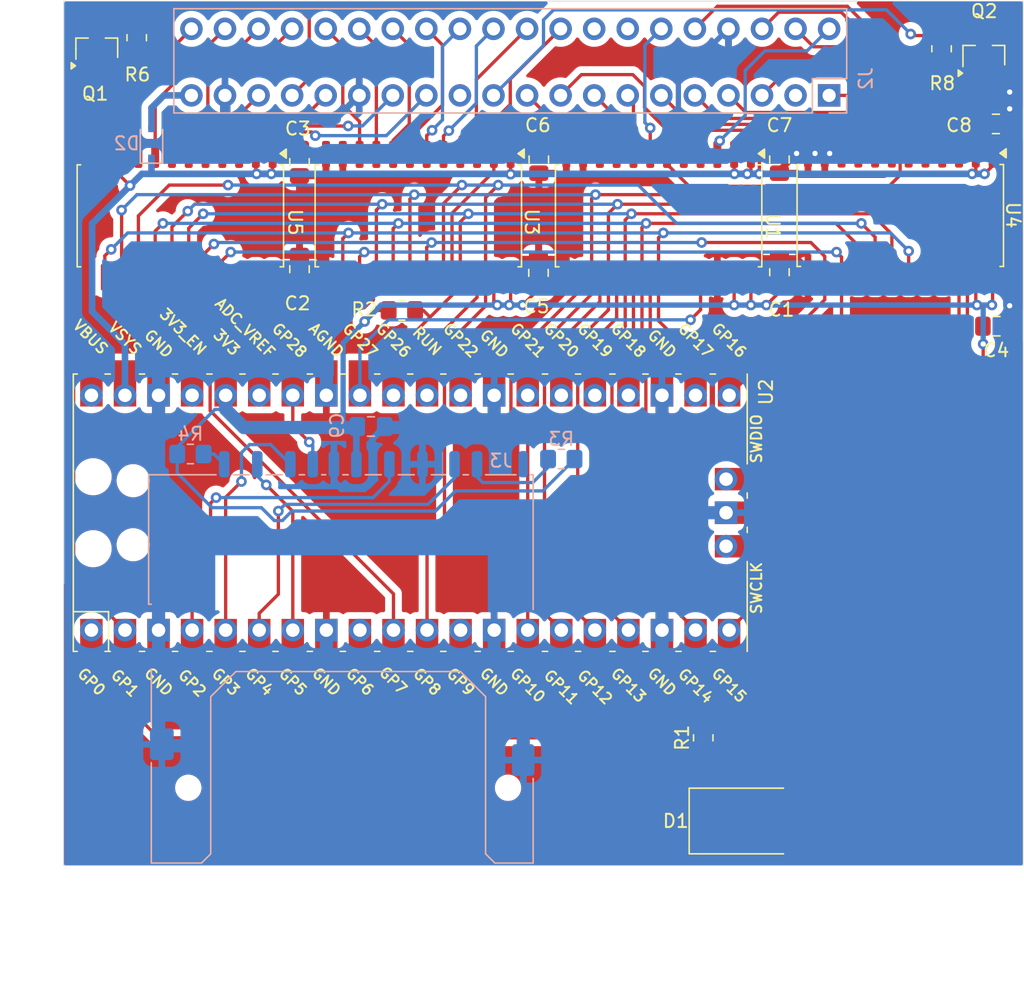
<source format=kicad_pcb>
(kicad_pcb (version 20241229) (generator "pcbnew") (generator_version "9.0")
  (layers (0 "F.Cu" signal) (2 "B.Cu" signal) (13 "F.Paste" user) (15 "B.Paste" user) (5 "F.SilkS" user "F.Silkscreen") (7 "B.SilkS" user "B.Silkscreen") (1 "F.Mask" user) (3 "B.Mask" user) (25 "Edge.Cuts" user))
  (net 0 "")
  (net 1 "GND")
  (net 2 "+3V3")
  (net 3 "/D7")
  (net 4 "/D6")
  (net 5 "/D5")
  (net 6 "/D4")
  (net 7 "/D3")
  (net 8 "/D2")
  (net 9 "/D1")
  (net 10 "/D0")
  (net 11 "/A1")
  (net 12 "/A0")
  (net 13 "/DIR")
  (net 14 "/MREQ'")
  (net 15 "/DAT0_MISO")
  (net 16 "/CLK_SCLK")
  (net 17 "/CMD_MOSI")
  (net 18 "/DAT3_CS")
  (net 19 "/SWDIO")
  (net 20 "/SWCLK")
  (net 21 "/RAS*")
  (net 22 "/SYSRES*")
  (net 23 "/CAS*")
  (net 24 "/D0'")
  (net 25 "/D1'")
  (net 26 "/D2'")
  (net 27 "/D3'")
  (net 28 "/D4'")
  (net 29 "/D5'")
  (net 30 "/D6'")
  (net 31 "/D7'")
  (net 32 "/A10")
  (net 33 "/A12")
  (net 34 "/A13")
  (net 35 "/A15")
  (net 36 "/A11")
  (net 37 "/A14")
  (net 38 "/A8")
  (net 39 "/CD")
  (net 40 "/WAIT'")
  (net 41 "+5V")
  (net 42 "/OUT*")
  (net 43 "Net-(D1-K)")
  (net 44 "/WR*")
  (net 45 "/INTAK*")
  (net 46 "/RD*")
  (net 47 "/MUX")
  (net 48 "/A9")
  (net 49 "/IN*")
  (net 50 "/INT*")
  (net 51 "/TEST*")
  (net 52 "/A4")
  (net 53 "/WAIT*")
  (net 54 "/A3")
  (net 55 "/A5")
  (net 56 "/A7")
  (net 57 "/A6")
  (net 58 "/A2")
  (net 59 "Net-(J3-DAT2)")
  (net 61 "Net-(J3-DAT1)")
  (net 66 "/INT'")
  (net 69 "/IN'")
  (net 70 "/RD'")
  (net 71 "/WR'")
  (net 72 "/ADDRL_OE")
  (net 73 "/DATAB_OE")
  (net 74 "/OUT'")
  (net 75 "/ADDRH_OE")
  (net 78 "/SYSRES'")
  (net 79 "/VCC")
  (net 80 "/LED")
  (footprint "Package_SO:SOIC-24W_7.5x15.4mm_P1.27mm" (layer "F.Cu") (at 138.9126 72.39 -90)
    (property "Reference" "U3")
    (property "Value" "SN74LVCC4245ADWR" (hide yes))
  )
  (footprint "Package_SO:SOIC-24W_7.5x15.4mm_P1.27mm" (layer "F.Cu") (at 120.904 72.39 -90)
    (property "Reference" "U5")
    (property "Value" "SN74LVCC4245ADWR" (hide yes))
  )
  (footprint "Capacitor_SMD:C_0805_2012Metric_Pad1.18x1.45mm_HandSolder" (layer "F.Cu") (at 129.921 76.4286 90)
    (property "Reference" "C2")
    (property "Value" "100nF" (hide yes))
  )
  (footprint "Capacitor_SMD:C_0805_2012Metric_Pad1.18x1.45mm_HandSolder" (layer "F.Cu") (at 129.921 68.326 -90)
    (property "Reference" "C3")
    (property "Value" "100nF" (hide yes))
  )
  (footprint "Capacitor_SMD:C_0805_2012Metric_Pad1.18x1.45mm_HandSolder" (layer "F.Cu") (at 148.0058 76.708 90)
    (property "Reference" "C5")
    (property "Value" "100nF" (hide yes))
  )
  (footprint "Capacitor_SMD:C_0805_2012Metric_Pad1.18x1.45mm_HandSolder" (layer "F.Cu") (at 148.0312 68.1228 -90)
    (property "Reference" "C6")
    (property "Value" "100nF" (hide yes))
  )
  (footprint "MCU_RaspberryPi_and_Boards:RPi_Pico_SMD_TH" (layer "F.Cu") (at 138.303 94.869 90)
    (property "Reference" "U2")
    (property "Value" "Pico")
  )
  (footprint "LED_SMD:LED_2816_7142Metric_Pad3.20x4.45mm_HandSolder" (layer "F.Cu") (at 163.2204 118.2116)
    (property "Reference" "D1")
    (property "Value" "LED" (hide yes))
  )
  (footprint "Resistor_SMD:R_0805_2012Metric_Pad1.20x1.40mm_HandSolder" (layer "F.Cu") (at 160.4772 111.9124 90)
    (property "Reference" "R1")
    (property "Value" "100" (hide yes))
  )
  (footprint "Resistor_SMD:R_0805_2012Metric_Pad1.20x1.40mm_HandSolder" (layer "F.Cu") (at 178.5112 59.7408 -90)
    (property "Reference" "R8")
    (property "Value" "1k" (hide yes))
  )
  (footprint "Capacitor_SMD:C_0805_2012Metric_Pad1.18x1.45mm_HandSolder" (layer "F.Cu") (at 166.243 76.6572 90)
    (property "Reference" "C1")
    (property "Value" "100nF" (hide yes))
  )
  (footprint "Capacitor_SMD:C_0805_2012Metric_Pad1.18x1.45mm_HandSolder" (layer "F.Cu") (at 166.243 68.1228 -90)
    (property "Reference" "C7")
    (property "Value" "100nF" (hide yes))
  )
  (footprint "Capacitor_SMD:C_0805_2012Metric_Pad1.18x1.45mm_HandSolder" (layer "F.Cu") (at 182.6768 80.7466)
    (property "Reference" "C4")
    (property "Value" "100nF" (hide yes))
  )
  (footprint "Capacitor_SMD:C_0805_2012Metric_Pad1.18x1.45mm_HandSolder" (layer "F.Cu") (at 182.626 65.4304)
    (property "Reference" "C8")
    (property "Value" "100nF" (hide yes))
  )
  (footprint "Resistor_SMD:R_0805_2012Metric_Pad1.20x1.40mm_HandSolder" (layer "F.Cu") (at 137.668 79.5528)
    (property "Reference" "R2")
    (property "Value" "1k" (hide yes))
  )
  (footprint "Resistor_SMD:R_0805_2012Metric_Pad1.20x1.40mm_HandSolder" (layer "F.Cu") (at 117.602 58.9026 -90)
    (property "Reference" "R6")
    (property "Value" "1k" (hide yes))
  )
  (footprint "Package_TO_SOT_SMD:SOT-23_Handsoldering" (layer "F.Cu") (at 114.5794 59.69 90)
    (property "Reference" "Q1")
    (property "Value" "SSM3K324RLFCT-ND" (hide yes))
  )
  (footprint "Package_SO:SOIC-24W_7.5x15.4mm_P1.27mm" (layer "F.Cu") (at 157.099 72.39 -90)
    (property "Reference" "U1")
    (property "Value" "SN74LVCC4245ADWR" (hide yes))
  )
  (footprint "Package_SO:SOIC-24W_7.5x15.4mm_P1.27mm" (layer "F.Cu") (at 175.387 72.3646 -90)
    (property "Reference" "U4")
    (property "Value" "SN74LVCC4245ADWR" (hide yes))
  )
  (footprint "Package_TO_SOT_SMD:SOT-23_Handsoldering" (layer "F.Cu") (at 181.7116 60.2488 90)
    (property "Reference" "Q2")
    (property "Value" "SSM3K324RLFCT-ND" (hide yes))
  )
  (footprint "Connector_Card:SD_Kyocera_145638009511859+" (layer "B.Cu") (at 133.604 103.6955 180)
    (property "Reference" "J3")
    (property "Value" "SD_Card" (hide yes))
  )
  (footprint "Connector_PinSocket_2.54mm:PinSocket_2x20_P2.54mm_Vertical" (layer "B.Cu") (at 170.0022 60.7714 90)
    (property "Reference" "J2")
    (property "Value" "Conn_02x20_Odd_Even" (hide yes))
  )
  (footprint "Diode_SMD:D_SOD-323F" (layer "B.Cu") (at 118.7196 66.9036 90)
    (property "Reference" "D2")
    (property "Value" "PMEG4010CEJ" (hide yes))
  )
  (footprint "Capacitor_SMD:C_0805_2012Metric_Pad1.18x1.45mm_HandSolder" (layer "B.Cu") (at 135.3312 88.3412)
    (property "Reference" "C9")
    (property "Value" "100nF" (hide yes))
  )
  (footprint "Resistor_SMD:R_0805_2012Metric_Pad1.20x1.40mm_HandSolder" (layer "B.Cu") (at 121.666 90.424 180)
    (property "Reference" "R4")
    (property "Value" "1k" (hide yes))
  )
  (footprint "Resistor_SMD:R_0805_2012Metric_Pad1.20x1.40mm_HandSolder" (layer "B.Cu") (at 149.733 90.805)
    (property "Reference" "R3")
    (property "Value" "1k" (hide yes))
  )
  (gr_rect (start 112.0648 56.134) (end 184.6834 121.5898) (stroke (width 0.05)) (fill no) (layer "Edge.Cuts"))
  (segment (start 158.0642 87.757) (end 157.353 87.0458) (width 0.4) (layer "F.Cu") (net 1))
  (segment (start 168.402 78.74) (end 168.402 77.0146) (width 0.4) (layer "F.Cu") (net 1))
  (segment (start 150.114 77.04) (end 150.114 77.978) (width 0.5) (layer "F.Cu") (net 1))
  (segment (start 150.114 77.978) (end 144.653 83.439) (width 0.5) (layer "F.Cu") (net 1))
  (segment (start 183.6674 62.7546) (end 182.6616 61.7488) (width 0.5) (layer "F.Cu") (net 1))
  (segment (start 131.9276 67.74) (end 131.9276 70.2271) (width 0.5) (layer "F.Cu") (net 1))
  (segment (start 148.0312 69.1603) (end 148.0312 70.5104) (width 0.5) (layer "F.Cu") (net 1))
  (segment (start 183.6674 63.0174) (end 183.6674 62.7546) (width 0.5) (layer "F.Cu") (net 1))
  (segment (start 166.2469 75.6158) (end 166.243 75.6197) (width 0.4) (layer "F.Cu") (net 1))
  (segment (start 119.253 82.2452) (end 119.253 85.979) (width 1) (layer "F.Cu") (net 1))
  (segment (start 168.402 78.74) (end 165.989 81.153) (width 0.4) (layer "F.Cu") (net 1))
  (segment (start 168.402 67.7146) (end 168.8864 67.7146) (width 0.5) (layer "F.Cu") (net 1))
  (segment (start 169.672 67.7146) (end 169.9935 67.7146) (width 0.5) (layer "F.Cu") (net 1))
  (segment (start 131.2457 75.3911) (end 131.9276 76.073) (width 0.5) (layer "F.Cu") (net 1))
  (segment (start 169.9935 67.7146) (end 170.0425 67.6656) (width 0.5) (layer "F.Cu") (net 1))
  (segment (start 131.9276 76.073) (end 131.9276 77.04) (width 0.5) (layer "F.Cu") (net 1))
  (segment (start 113.919 79.7306) (end 115.0112 80.8228) (width 1) (layer "F.Cu") (net 1))
  (segment (start 129.921 75.3911) (end 129.921 69.3635) (width 0.5) (layer "F.Cu") (net 1))
  (segment (start 113.919 77.04) (end 113.919 71.4248) (width 1) (layer "F.Cu") (net 1))
  (segment (start 166.243 69.1603) (end 166.243 68.961) (width 0.5) (layer "F.Cu") (net 1))
  (segment (start 161.544 80.0354) (end 161.163 80.4164) (width 0.4) (layer "F.Cu") (net 1))
  (segment (start 115.189 70.1548) (end 113.919 71.4248) (width 0.5) (layer "F.Cu") (net 1))
  (segment (start 133.1976 69.7992) (end 132.7697 70.2271) (width 0.5) (layer "F.Cu") (net 1))
  (segment (start 150.6474 70.5104) (end 150.114 70.5104) (width 0.5) (layer "F.Cu") (net 1))
  (segment (start 115.189 67.74) (end 115.189 70.1548) (width 0.5) (layer "F.Cu") (net 1))
  (segment (start 150.114 76.073) (end 150.114 77.04) (width 0.5) (layer "F.Cu") (net 1))
  (segment (start 129.9425 70.2271) (end 129.921 70.2056) (width 0.5) (layer "F.Cu") (net 1))
  (segment (start 161.163 87.3506) (end 160.7566 87.757) (width 0.4) (layer "F.Cu") (net 1))
  (segment (start 183.6635 65.4304) (end 183.6635 64.2913) (width 0.25) (layer "F.Cu") (net 1))
  (segment (start 115.189 67.74) (end 115.189 62.7634) (width 0.5) (layer "F.Cu") (net 1))
  (segment (start 161.163 80.4164) (end 161.163 81.153) (width 0.4) (layer "F.Cu") (net 1))
  (segment (start 148.0312 75.6451) (end 148.0058 75.6705) (width 0.25) (layer "F.Cu") (net 1))
  (segment (start 168.402 77.0146) (end 168.402 76.4032) (width 0.4) (layer "F.Cu") (net 1))
  (segment (start 129.921 75.3911) (end 131.2457 75.3911) (width 0.5) (layer "F.Cu") (net 1))
  (segment (start 133.1976 67.74) (end 133.1976 69.7992) (width 0.5) (layer "F.Cu") (net 1))
  (segment (start 131.953 77.0654) (end 131.9276 77.04) (width 0.25) (layer "F.Cu") (net 1))
  (segment (start 115.0112 80.8228) (end 117.8306 80.8228) (width 1) (layer "F.Cu") (net 1))
  (segment (start 131.953 85.979) (end 131.953 77.0654) (width 0.5) (layer "F.Cu") (net 1))
  (segment (start 183.7143 80.7466) (end 183.7143 79.2441) (width 0.25) (layer "F.Cu") (net 1))
  (segment (start 183.6635 64.2913) (end 183.6674 64.2874) (width 0.25) (layer "F.Cu") (net 1))
  (segment (start 167.6146 75.6158) (end 166.2469 75.6158) (width 0.4) (layer "F.Cu") (net 1))
  (segment (start 117.8306 80.8228) (end 119.253 82.2452) (width 1) (layer "F.Cu") (net 1))
  (segment (start 115.189 62.7634) (end 115.5294 62.423) (width 0.5) (layer "F.Cu") (net 1))
  (segment (start 150.114 67.74) (end 150.114 70.5104) (width 0.5) (layer "F.Cu") (net 1))
  (segment (start 183.7143 79.2441) (end 183.6674 79.1972) (width 0.25) (layer "F.Cu") (net 1))
  (segment (start 115.5294 62.423) (end 115.5294 61.19) (width 0.5) (layer "F.Cu") (net 1))
  (segment (start 148.0058 75.6705) (end 149.7115 75.6705) (width 0.5) (layer "F.Cu") (net 1))
  (segment (start 168.402 76.4032) (end 167.6146 75.6158) (width 0.4) (layer "F.Cu") (net 1))
  (segment (start 149.7115 75.6705) (end 150.114 76.073) (width 0.5) (layer "F.Cu") (net 1))
  (segment (start 151.384 67.74) (end 151.384 69.7738) (width 0.5) (layer "F.Cu") (net 1))
  (segment (start 160.7566 87.757) (end 158.0642 87.757) (width 0.4) (layer "F.Cu") (net 1))
  (segment (start 113.919 77.04) (end 113.919 79.7306) (width 1) (layer "F.Cu") (net 1))
  (segment (start 165.989 81.153) (end 161.163 81.153) (width 0.4) (layer "F.Cu") (net 1))
  (segment (start 150.114 70.5104) (end 148.0312 70.5104) (width 0.5) (layer "F.Cu") (net 1))
  (segment (start 161.544 77.04) (end 161.544 80.0354) (width 0.4) (layer "F.Cu") (net 1))
  (segment (start 151.384 69.7738) (end 150.6474 70.5104) (width 0.5) (layer "F.Cu") (net 1))
  (segment (start 132.7697 70.2271) (end 131.9276 70.2271) (width 0.5) (layer "F.Cu") (net 1))
  (segment (start 144.653 83.439) (end 144.653 85.979) (width 0.5) (layer "F.Cu") (net 1))
  (segment (start 148.0312 70.5104) (end 148.0312 75.6451) (width 0.5) (layer "F.Cu") (net 1))
  (segment (start 161.163 81.153) (end 161.163 87.3506) (width 0.4) (layer "F.Cu") (net 1))
  (segment (start 131.9276 70.2271) (end 129.9425 70.2271) (width 0.5) (layer "F.Cu") (net 1))
  (segment (start 166.243 68.961) (end 167.5384 67.6656) (width 0.5) (layer "F.Cu") (net 1))
  (segment (start 168.8864 67.7146) (end 168.9354 67.6656) (width 0.5) (layer "F.Cu") (net 1))
  (segment (start 113.919 71.4248) (end 113.919 67.74) (width 1) (layer "F.Cu") (net 1))
  (segment (start 157.353 87.0458) (end 157.353 85.979) (width 0.4) (layer "F.Cu") (net 1))
  (via (at 183.6674 64.2874) (size 0.8) (drill 0.4) (layers "F.Cu" "B.Cu") (net 1))
  (via (at 183.6674 79.1972) (size 0.8) (drill 0.4) (layers "F.Cu" "B.Cu") (net 1))
  (via (at 183.6674 63.0174) (size 0.8) (drill 0.4) (layers "F.Cu" "B.Cu") (net 1))
  (via (at 167.5384 67.6656) (size 0.8) (drill 0.4) (layers "F.Cu" "B.Cu") (net 1))
  (via (at 168.9354 67.6656) (size 0.8) (drill 0.4) (layers "F.Cu" "B.Cu") (net 1))
  (via (at 170.0425 67.6656) (size 0.8) (drill 0.4) (layers "F.Cu" "B.Cu") (net 1))
  (segment (start 120.523 81.1022) (end 119.253 82.3722) (width 1) (layer "B.Cu") (net 1))
  (segment (start 136.3687 88.3412) (end 135.4328 89.2771) (width 0.5) (layer "B.Cu") (net 1))
  (segment (start 155.4226 107.9246) (end 157.353 105.9942) (width 1) (layer "B.Cu") (net 1))
  (segment (start 144.5768 88.4174) (end 157.2514 88.4174) (width 1) (layer "B.Cu") (net 1))
  (segment (start 161.260177 67.6656) (end 161.307788 67.713211) (width 0.8) (layer "B.Cu") (net 1))
  (segment (start 139.224 88.4748) (end 139.1666 88.4174) (width 0.25) (layer "B.Cu") (net 1))
  (segment (start 136.652 76.3778) (end 131.953 81.0768) (width 1) (layer "B.Cu") (net 1))
  (segment (start 158.592689 67.711489) (end 158.5976 67.7164) (width 0.4) (layer "B.Cu") (net 1))
  (segment (start 124.303 67.6656) (end 161.260177 67.6656) (width 0.8) (layer "B.Cu") (net 1))
  (segment (start 139.1666 88.4174) (end 144.5768 88.4174) (width 1) (layer "B.Cu") (net 1))
  (segment (start 131.953 107.8738) (end 131.953 110.871) (width 1) (layer "B.Cu") (net 1))
  (segment (start 162.203 94.869) (end 157.4546 94.869) (width 1) (layer "B.Cu") (net 1))
  (segment (start 131.953 110.871) (end 130.302 112.522) (width 1) (layer "B.Cu") (net 1))
  (segment (start 131.953 85.979) (end 131.953 81.1022) (width 1) (layer "B.Cu") (net 1))
  (segment (start 167.490789 67.713211) (end 167.5384 67.6656) (width 0.8) (layer "B.Cu") (net 1))
  (segment (start 139.224 91.1955) (end 139.224 88.4748) (width 0.5) (layer "B.Cu") (net 1))
  (segment (start 149.2758 76.4286) (end 149.225 76.3778) (width 0.5) (layer "B.Cu") (net 1))
  (segment (start 144.653 85.979) (end 144.653 88.3412) (width 1) (layer "B.Cu") (net 1))
  (segment (start 130.302 112.522) (end 119.6305 112.522) (width 1) (layer "B.Cu") (net 1))
  (segment (start 157.353 103.759) (end 157.353 94.7674) (width 1) (layer "B.Cu") (net 1))
  (segment (start 145.76415 109.81065) (end 146.854 110.9005) (width 1) (layer "B.Cu") (net 1))
  (segment (start 144.653 107.9246) (end 144.653 108.6995) (width 1) (layer "B.Cu") (net 1))
  (segment (start 144.653 107.9246) (end 155.4226 107.9246) (width 1) (layer "B.Cu") (net 1))
  (segment (start 144.653 103.759) (end 144.653 107.9246) (width 1) (layer "B.Cu") (net 1))
  (segment (start 135.4328 89.2771) (end 135.4328 92.456) (width 0.5) (layer "B.Cu") (net 1))
  (segment (start 157.353 105.9942) (end 157.353 103.759) (width 1) (layer "B.Cu") (net 1))
  (segment (start 119.253 85.979) (end 119.253 103.759) (width 1) (layer "B.Cu") (net 1))
  (segment (start 183.6674 79.1972) (end 183.6674 66.8528) (width 1) (layer "B.Cu") (net 1))
  (segment (start 136.4449 88.4174) (end 139.1666 88.4174) (width 1) (layer "B.Cu") (net 1))
  (segment (start 132.6596 65.054) (end 124.303 65.054) (width 0.8) (layer "B.Cu") (net 1))
  (segment (start 157.4546 94.869) (end 157.353 94.7674) (width 1) (layer "B.Cu") (net 1))
  (segment (start 161.307788 67.713211) (end 167.490789 67.713211) (width 0.8) (layer "B.Cu") (net 1))
  (segment (start 130.5052 81.1022) (end 120.523 81.1022) (width 1) (layer "B.Cu") (net 1))
  (segment (start 119.253 82.3722) (end 119.253 85.979) (width 1) (layer "B.Cu") (net 1))
  (segment (start 144.653 108.6995) (end 145.76415 109.81065) (width 1) (layer "B.Cu") (net 1))
  (segment (start 119.6305 112.522) (end 119.253 112.1445) (width 1) (layer "B.Cu") (net 1))
  (segment (start 162.3676 58.2314) (end 158.592689 62.006311) (width 0.4) (layer "B.Cu") (net 1))
  (segment (start 131.953 103.759) (end 131.953 107.8738) (width 1) (layer "B.Cu") (net 1))
  (segment (start 168.9354 67.6656) (end 183.769 67.6656) (width 0.8) (layer "B.Cu") (net 1))
  (segment (start 144.653 88.3412) (end 144.5768 88.4174) (width 1) (layer "B.Cu") (net 1))
  (segment (start 158.592689 62.006311) (end 158.592689 67.711489) (width 0.4) (layer "B.Cu") (net 1))
  (segment (start 183.6674 66.8528) (end 183.6674 64.2874) (width 0.8) (layer "B.Cu") (net 1))
  (segment (start 134.8232 93.0656) (end 133.096 93.0656) (width 0.5) (layer "B.Cu") (net 1))
  (segment (start 157.2514 88.4174) (end 157.353 88.3158) (width 1) (layer "B.Cu") (net 1))
  (segment (start 134.4422 63.2714) (end 132.6596 65.054) (width 0.5) (layer "B.Cu") (net 1))
  (segment (start 162.3822 58.2314) (end 162.3676 58.2314) (width 0.4) (layer "B.Cu") (net 1))
  (segment (start 135.4328 92.456) (end 134.8232 93.0656) (width 0.5) (layer "B.Cu") (net 1))
  (segment (start 167.5384 67.6656) (end 168.9354 67.6656) (width 0.8) (layer "B.Cu") (net 1))
  (segment (start 157.353 88.3158) (end 157.353 85.979) (width 1) (layer "B.Cu") (net 1))
  (segment (start 131.953 81.1022) (end 130.5052 81.1022) (width 1) (layer "B.Cu") (net 1))
  (segment (start 157.353 94.7674) (end 157.353 88.3158) (width 1) (layer "B.Cu") (net 1))
  (segment (start 131.953 81.0768) (end 131.953 81.1022) (width 1) (layer "B.Cu") (net 1))
  (segment (start 183.6674 64.2874) (end 183.6674 63.0174) (width 0.8) (layer "B.Cu") (net 1))
  (segment (start 144.6022 107.8738) (end 144.653 107.9246) (width 0.25) (layer "B.Cu") (net 1))
  (segment (start 136.3687 88.3412) (end 136.4449 88.4174) (width 1) (layer "B.Cu") (net 1))
  (segment (start 131.953 107.8738) (end 144.6022 107.8738) (width 1) (layer "B.Cu") (net 1))
  (segment (start 119.253 112.1445) (end 119.253 103.759) (width 1) (layer "B.Cu") (net 1))
  (segment (start 124.303 65.054) (end 124.303 67.6656) (width 0.8) (layer "B.Cu") (net 1))
  (segment (start 149.225 76.3778) (end 136.652 76.3778) (width 1) (layer "B.Cu") (net 1))
  (segment (start 149.2758 76.4286) (end 183.642 76.4286) (width 1) (layer "B.Cu") (net 1))
  (segment (start 124.303 63.266) (end 124.303 65.054) (width 0.8) (layer "B.Cu") (net 1))
  (segment (start 132.524 92.4936) (end 132.524 91.1955) (width 0.5) (layer "B.Cu") (net 1))
  (segment (start 133.096 93.0656) (end 132.524 92.4936) (width 0.5) (layer "B.Cu") (net 1))
  (segment (start 146.854 110.9005) (end 146.854 113.5955) (width 1) (layer "B.Cu") (net 1))
  (segment (start 166.243 78.1558) (end 165.2524 79.1464) (width 0.25) (layer "F.Cu") (net 2))
  (segment (start 182.372 77.0146) (end 182.372 79.0956) (width 0.25) (layer "F.Cu") (net 2))
  (segment (start 181.102 79.0569) (end 181.1915 79.1464) (width 0.25) (layer "F.Cu") (net 2))
  (segment (start 172.2628 112.5728) (end 167.2336 112.5728) (width 0.25) (layer "F.Cu") (net 2))
  (segment (start 127.9652 79.8576) (end 129.4638 79.8576) (width 0.5) (layer "F.Cu") (net 2))
  (segment (start 144.6276 78.8924) (end 144.8816 79.1464) (width 0.25) (layer "F.Cu") (net 2))
  (segment (start 164.084 77.04) (end 164.084 79.1464) (width 0.25) (layer "F.Cu") (net 2))
  (segment (start 181.6393 80.7466) (end 181.6393 82.0713) (width 0.25) (layer "F.Cu") (net 2))
  (segment (start 126.238 79.8576) (end 126.6444 79.8576) (width 0.5) (layer "F.Cu") (net 2))
  (segment (start 129.921 79.4004) (end 129.921 77.4661) (width 0.5) (layer "F.Cu") (net 2))
  (segment (start 129.4638 79.8576) (end 129.921 79.4004) (width 0.5) (layer "F.Cu") (net 2))
  (segment (start 145.8976 77.04) (end 145.8976 79.0448) (width 0.25) (layer "F.Cu") (net 2))
  (segment (start 127.889 77.04) (end 127.889 79.7814) (width 0.5) (layer "F.Cu") (net 2))
  (segment (start 181.6608 103.1748) (end 172.2628 112.5728) (width 0.25) (layer "F.Cu") (net 2))
  (segment (start 181.102 77.0146) (end 181.102 79.0569) (width 0.25) (layer "F.Cu") (net 2))
  (segment (start 181.6393 82.0713) (end 181.6608 82.0928) (width 0.25) (layer "F.Cu") (net 2))
  (segment (start 136.668 79.5528) (end 135.6868 79.5528) (width 0.25) (layer "F.Cu") (net 2))
  (segment (start 144.6276 77.04) (end 144.6276 78.8924) (width 0.25) (layer "F.Cu") (net 2))
  (segment (start 124.333 81.7626) (end 126.238 79.8576) (width 0.5) (layer "F.Cu") (net 2))
  (segment (start 148.0058 77.9526) (end 146.812 79.1464) (width 0.25) (layer "F.Cu") (net 2))
  (segment (start 148.0058 77.7455) (end 148.0058 77.9526) (width 0.25) (layer "F.Cu") (net 2))
  (segment (start 145.8976 79.0448) (end 145.796 79.1464) (width 0.25) (layer "F.Cu") (net 2))
  (segment (start 181.6608 82.0928) (end 181.6608 103.1748) (width 0.25) (layer "F.Cu") (net 2))
  (segment (start 182.372 79.0956) (end 182.3212 79.1464) (width 0.25) (layer "F.Cu") (net 2))
  (segment (start 164.4704 115.336) (end 164.4704 118.2116) (width 0.25) (layer "F.Cu") (net 2))
  (segment (start 127.889 79.7814) (end 127.9652 79.8576) (width 0.25) (layer "F.Cu") (net 2))
  (segment (start 126.619 77.04) (end 126.619 79.8322) (width 0.5) (layer "F.Cu") (net 2))
  (segment (start 124.333 85.979) (end 124.333 81.7626) (width 0.5) (layer "F.Cu") (net 2))
  (segment (start 135.6868 79.5528) (end 134.8486 80.391) (width 0.25) (layer "F.Cu") (net 2))
  (segment (start 126.619 79.8322) (end 126.6444 79.8576) (width 0.25) (layer "F.Cu") (net 2))
  (segment (start 166.243 77.6947) (end 166.243 78.1558) (width 0.25) (layer "F.Cu") (net 2))
  (segment (start 162.814 77.04) (end 162.814 79.1464) (width 0.25) (layer "F.Cu") (net 2))
  (segment (start 167.2336 112.5728) (end 164.4704 115.336) (width 0.25) (layer "F.Cu") (net 2))
  (segment (start 126.6444 79.8576) (end 127.9652 79.8576) (width 0.5) (layer "F.Cu") (net 2))
  (via (at 164.084 79.1464) (size 0.8) (drill 0.4) (layers "F.Cu" "B.Cu") (net 2))
  (via (at 145.796 79.1464) (size 0.8) (drill 0.4) (layers "F.Cu" "B.Cu") (net 2))
  (via (at 165.2524 79.1464) (size 0.8) (drill 0.4) (layers "F.Cu" "B.Cu") (net 2))
  (via (at 146.812 79.1464) (size 0.8) (drill 0.4) (layers "F.Cu" "B.Cu") (net 2))
  (via (at 134.8486 80.391) (size 0.8) (drill 0.4) (layers "F.Cu" "B.Cu") (net 2))
  (via (at 182.3212 79.1464) (size 0.8) (drill 0.4) (layers "F.Cu" "B.Cu") (net 2))
  (via (at 162.814 79.1464) (size 0.8) (drill 0.4) (layers "F.Cu" "B.Cu") (net 2))
  (via (at 144.8816 79.1464) (size 0.8) (drill 0.4) (layers "F.Cu" "B.Cu") (net 2))
  (via (at 181.1915 79.1464) (size 0.8) (drill 0.4) (layers "F.Cu" "B.Cu") (net 2))
  (via (at 181.6608 82.0928) (size 0.8) (drill 0.4) (layers "F.Cu" "B.Cu") (net 2))
  (segment (start 148.336 93.218) (end 141.732 93.218) (width 0.25) (layer "B.Cu") (net 2))
  (segment (start 150.733 90.821) (end 148.336 93.218) (width 0.25) (layer "B.Cu") (net 2))
  (segment (start 123.5202 87.0458) (end 124.333 87.0458) (width 0.25) (layer "B.Cu") (net 2))
  (segment (start 128.62152 95.468) (end 128.02008 95.468) (width 0.25) (layer "B.Cu") (net 2))
  (segment (start 140.208 94.742) (end 129.34752 94.742) (width 0.25) (layer "B.Cu") (net 2))
  (segment (start 123.302049 94.488) (end 120.666 91.851951) (width 0.25) (layer "B.Cu") (net 2))
  (segment (start 144.8816 79.1464) (end 136.0932 79.1464) (width 0.4) (layer "B.Cu") (net 2))
  (segment (start 134.2175 88.4174) (end 125.7046 88.4174) (width 1) (layer "B.Cu") (net 2))
  (segment (start 145.2626 79.1464) (end 144.8816 79.1464) (width 0.4) (layer "B.Cu") (net 2))
  (segment (start 150.733 90.805) (end 150.733 90.821) (width 0.25) (layer "B.Cu") (net 2))
  (segment (start 124.333 87.0458) (end 124.333 85.979) (width 1) (layer "B.Cu") (net 2))
  (segment (start 134.224 91.1955) (end 134.224 88.4109) (width 0.5) (layer "B.Cu") (net 2))
  (segment (start 136.0932 79.1464) (end 134.8486 80.391) (width 0.4) (layer "B.Cu") (net 2))
  (segment (start 145.2626 79.1464) (end 145.796 79.1464) (width 0.4) (layer "B.Cu") (net 2))
  (segment (start 181.6608 82.0928) (end 181.6608 79.1464) (width 0.4) (layer "B.Cu") (net 2))
  (segment (start 145.796 79.1464) (end 146.812 79.1464) (width 0.4) (layer "B.Cu") (net 2))
  (segment (start 134.2937 88.3412) (end 134.2175 88.4174) (width 1) (layer "B.Cu") (net 2))
  (segment (start 133.223 82.0166) (end 133.223 88.392) (width 0.4) (layer "B.Cu") (net 2))
  (segment (start 125.7046 88.4174) (end 124.333 87.0458) (width 1) (layer "B.Cu") (net 2))
  (segment (start 120.666 91.851951) (end 120.666 90.424) (width 0.25) (layer "B.Cu") (net 2))
  (segment (start 182.3212 79.1464) (end 181.6608 79.1464) (width 0.4) (layer "B.Cu") (net 2))
  (segment (start 127.04008 94.488) (end 123.302049 94.488) (width 0.25) (layer "B.Cu") (net 2))
  (segment (start 163.5252 79.1464) (end 164.084 79.1464) (width 0.4) (layer "B.Cu") (net 2))
  (segment (start 162.814 79.1464) (end 163.5252 79.1464) (width 0.4) (layer "B.Cu") (net 2))
  (segment (start 129.34752 94.742) (end 128.62152 95.468) (width 0.25) (layer "B.Cu") (net 2))
  (segment (start 146.812 79.1464) (end 162.814 79.1464) (width 0.4) (layer "B.Cu") (net 2))
  (segment (start 164.084 79.1464) (end 165.2524 79.1464) (width 0.4) (layer "B.Cu") (net 2))
  (segment (start 165.2524 79.1464) (end 181.6608 79.1464) (width 0.4) (layer "B.Cu") (net 2))
  (segment (start 120.666 90.424) (end 120.666 89.9) (width 0.25) (layer "B.Cu") (net 2))
  (segment (start 134.8486 80.391) (end 133.223 82.0166) (width 0.4) (layer "B.Cu") (net 2))
  (segment (start 128.02008 95.468) (end 127.04008 94.488) (width 0.25) (layer "B.Cu") (net 2))
  (segment (start 120.666 89.9) (end 123.5202 87.0458) (width 0.25) (layer "B.Cu") (net 2))
  (segment (start 141.732 93.218) (end 140.208 94.742) (width 0.25) (layer "B.Cu") (net 2))
  (segment (start 143.3068 62.0668) (end 147.1422 58.2314) (width 0.25) (layer "F.Cu") (net 3))
  (segment (start 142.0876 66.4464) (end 143.3068 65.2272) (width 0.25) (layer "F.Cu") (net 3))
  (segment (start 142.0876 67.74) (end 142.0876 66.4464) (width 0.25) (layer "F.Cu") (net 3))
  (segment (start 143.3068 65.2272) (end 143.3068 62.0668) (width 0.25) (layer "F.Cu") (net 3))
  (segment (start 139.5476 67.74) (end 139.5476 66.3194) (width 0.25) (layer "F.Cu") (net 4))
  (segment (start 139.5476 66.3194) (end 139.954 65.913) (width 0.25) (layer "F.Cu") (net 4))
  (via (at 139.954 65.913) (size 0.8) (drill 0.4) (layers "F.Cu" "B.Cu") (net 4))
  (segment (start 140.7414 59.5522) (end 140.7414 65.1256) (width 0.25) (layer "B.Cu") (net 4))
  (segment (start 142.0622 58.2314) (end 140.7414 59.5522) (width 0.25) (layer "B.Cu") (net 4))
  (segment (start 140.7414 65.1256) (end 139.954 65.913) (width 0.25) (layer "B.Cu") (net 4))
  (segment (start 137.0076 67.74) (end 137.0076 66.675) (width 0.25) (layer "F.Cu") (net 5))
  (segment (start 138.2268 59.476) (end 136.9822 58.2314) (width 0.25) (layer "F.Cu") (net 5))
  (segment (start 137.0076 66.675) (end 138.2268 65.4558) (width 0.25) (layer "F.Cu") (net 5))
  (segment (start 138.2268 65.4558) (end 138.2268 59.476) (width 0.25) (layer "F.Cu") (net 5))
  (segment (start 145.8722 62.0414) (end 149.6822 58.2314) (width 0.25) (layer "F.Cu") (net 6))
  (segment (start 143.3576 67.74) (end 143.3576 66.4718) (width 0.25) (layer "F.Cu") (net 6))
  (segment (start 143.3576 66.4718) (end 145.8722 63.9572) (width 0.25) (layer "F.Cu") (net 6))
  (segment (start 145.8722 63.9572) (end 145.8722 62.0414) (width 0.25) (layer "F.Cu") (net 6))
  (segment (start 138.2776 66.4718) (end 140.7414 64.008) (width 0.25) (layer "F.Cu") (net 7))
  (segment (start 138.2776 67.74) (end 138.2776 66.4718) (width 0.25) (layer "F.Cu") (net 7))
  (segment (start 140.7414 64.008) (end 140.7414 59.4506) (width 0.25) (layer "F.Cu") (net 7))
  (segment (start 140.7414 59.4506) (end 139.5222 58.2314) (width 0.25) (layer "F.Cu") (net 7))
  (segment (start 134.4676 67.74) (end 134.4676 65.2526) (width 0.25) (layer "F.Cu") (net 8))
  (segment (start 134.4676 65.2526) (end 133.1976 63.9826) (width 0.25) (layer "F.Cu") (net 8))
  (segment (start 133.1976 59.5268) (end 131.9022 58.2314) (width 0.25) (layer "F.Cu") (net 8))
  (segment (start 133.1976 63.9826) (end 133.1976 59.5268) (width 0.25) (layer "F.Cu") (net 8))
  (segment (start 140.8176 66.3448) (end 141.224 65.9384) (width 0.25) (layer "F.Cu") (net 9))
  (segment (start 140.8176 67.74) (end 140.8176 66.3448) (width 0.25) (layer "F.Cu") (net 9))
  (via (at 141.224 65.9384) (size 0.8) (drill 0.4) (layers "F.Cu" "B.Cu") (net 9))
  (segment (start 143.3068 63.8556) (end 141.224 65.9384) (width 0.25) (layer "B.Cu") (net 9))
  (segment (start 143.3068 59.5268) (end 143.3068 63.8556) (width 0.25) (layer "B.Cu") (net 9))
  (segment (start 144.6022 58.2314) (end 143.3068 59.5268) (width 0.25) (layer "B.Cu") (net 9))
  (segment (start 135.7376 67.74) (end 135.7376 59.5268) (width 0.25) (layer "F.Cu") (net 10))
  (segment (start 135.7376 59.5268) (end 134.4422 58.2314) (width 0.25) (layer "F.Cu") (net 10))
  (segment (start 133.59396 65.59284) (end 124.80556 65.59284) (width 0.25) (layer "F.Cu") (net 11))
  (segment (start 133.604 65.5828) (end 133.59396 65.59284) (width 0.25) (layer "F.Cu") (net 11))
  (segment (start 124.80556 65.59284) (end 124.079 66.3194) (width 0.25) (layer "F.Cu") (net 11))
  (segment (start 124.079 66.3194) (end 124.079 67.74) (width 0.25) (layer "F.Cu") (net 11))
  (via (at 133.604 65.5828) (size 0.8) (drill 0.4) (layers "F.Cu" "B.Cu") (net 11))
  (segment (start 133.604 65.5828) (end 134.6862 65.5828) (width 0.25) (layer "B.Cu") (net 11))
  (segment (start 134.6862 65.5828) (end 137.003 63.266) (width 0.25) (layer "B.Cu") (net 11))
  (segment (start 125.72764 66.04236) (end 125.349 66.421) (width 0.25) (layer "F.Cu") (net 12))
  (segment (start 125.349 66.421) (end 125.349 67.74) (width 0.25) (layer "F.Cu") (net 12))
  (segment (start 130.83982 66.04236) (end 125.72764 66.04236) (width 0.25) (layer "F.Cu") (net 12))
  (segment (start 131.1148 66.31734) (end 130.83982 66.04236) (width 0.25) (layer "F.Cu") (net 12))
  (via (at 131.1148 66.31734) (size 0.8) (drill 0.4) (layers "F.Cu" "B.Cu") (net 12))
  (segment (start 136.49166 66.31734) (end 139.543 63.266) (width 0.25) (layer "B.Cu") (net 12))
  (segment (start 131.1148 66.31734) (end 136.49166 66.31734) (width 0.25) (layer "B.Cu") (net 12))
  (segment (start 139.2936 79.5528) (end 139.8016 80.0608) (width 0.25) (layer "F.Cu") (net 13))
  (segment (start 137.033 82.8294) (end 137.033 85.979) (width 0.25) (layer "F.Cu") (net 13))
  (segment (start 144.6276 69.028586) (end 141.46308 72.193106) (width 0.25) (layer "F.Cu") (net 13))
  (segment (start 144.6276 67.74) (end 144.6276 69.028586) (width 0.25) (layer "F.Cu") (net 13))
  (segment (start 141.46308 78.39932) (end 139.8016 80.0608) (width 0.25) (layer "F.Cu") (net 13))
  (segment (start 139.8016 80.0608) (end 137.033 82.8294) (width 0.25) (layer "F.Cu") (net 13))
  (segment (start 138.668 79.5528) (end 139.2936 79.5528) (width 0.25) (layer "F.Cu") (net 13))
  (segment (start 141.46308 72.193106) (end 141.46308 78.39932) (width 0.25) (layer "F.Cu") (net 13))
  (segment (start 156.464 82.718978) (end 156.1338 83.049178) (width 0.25) (layer "F.Cu") (net 14))
  (segment (start 156.464 77.04) (end 156.464 82.718978) (width 0.25) (layer "F.Cu") (net 14))
  (segment (start 156.1338 83.049178) (end 156.1338 99.9998) (width 0.25) (layer "F.Cu") (net 14))
  (segment (start 156.1338 99.9998) (end 159.893 103.759) (width 0.25) (layer "F.Cu") (net 14))
  (segment (start 128.3208 94.742) (end 128.3208 101.0412) (width 0.25) (layer "F.Cu") (net 15))
  (segment (start 128.3208 101.0412) (end 126.873 102.489) (width 0.25) (layer "F.Cu") (net 15))
  (segment (start 126.873 102.489) (end 126.873 103.759) (width 0.25) (layer "F.Cu") (net 15))
  (via (at 128.3208 94.742) (size 0.8) (drill 0.4) (layers "F.Cu" "B.Cu") (net 15))
  (segment (start 128.8288 94.234) (end 139.6492 94.234) (width 0.25) (layer "B.Cu") (net 15))
  (segment (start 141.654 92.2292) (end 141.654 91.1955) (width 0.25) (layer "B.Cu") (net 15))
  (segment (start 139.6492 94.234) (end 141.654 92.2292) (width 0.25) (layer "B.Cu") (net 15))
  (segment (start 128.3208 94.742) (end 128.8288 94.234) (width 0.25) (layer "B.Cu") (net 15))
  (segment (start 123.19 100.3808) (end 121.793 101.7778) (width 0.25) (layer "F.Cu") (net 16))
  (segment (start 121.793 101.7778) (end 121.793 103.759) (width 0.25) (layer "F.Cu") (net 16))
  (segment (start 123.19 94.144) (end 123.19 100.3808) (width 0.25) (layer "F.Cu") (net 16))
  (segment (start 123.608 93.726) (end 123.19 94.144) (width 0.25) (layer "F.Cu") (net 16))
  (via (at 123.608 93.726) (size 0.8) (drill 0.4) (layers "F.Cu" "B.Cu") (net 16))
  (segment (start 136.724 92.4856) (end 136.724 91.1955) (width 0.25) (layer "B.Cu") (net 16))
  (segment (start 135.4836 93.726) (end 136.724 92.4856) (width 0.25) (layer "B.Cu") (net 16))
  (segment (start 123.608 93.726) (end 135.4836 93.726) (width 0.25) (layer "B.Cu") (net 16))
  (segment (start 125.5268 92.5068) (end 124.333 93.7006) (width 0.25) (layer "F.Cu") (net 17))
  (segment (start 124.333 93.7006) (end 124.333 103.759) (width 0.25) (layer "F.Cu") (net 17))
  (via (at 125.5268 92.5068) (size 0.8) (drill 0.4) (layers "F.Cu" "B.Cu") (net 17))
  (segment (start 125.5268 92.5068) (end 125.5268 90.3224) (width 0.25) (layer "B.Cu") (net 17))
  (segment (start 127.7413 89.7128) (end 129.224 91.1955) (width 0.25) (layer "B.Cu") (net 17))
  (segment (start 126.1364 89.7128) (end 127.7413 89.7128) (width 0.25) (layer "B.Cu") (net 17))
  (segment (start 125.5268 90.3224) (end 126.1364 89.7128) (width 0.25) (layer "B.Cu") (net 17))
  (segment (start 127.4064 92.7608) (end 129.413 94.7674) (width 0.25) (layer "F.Cu") (net 18))
  (segment (start 129.413 94.7674) (end 129.413 103.759) (width 0.25) (layer "F.Cu") (net 18))
  (via (at 127.4064 92.7608) (size 0.8) (drill 0.4) (layers "F.Cu" "B.Cu") (net 18))
  (segment (start 126.724 92.0917) (end 126.724 91.1955) (width 0.25) (layer "B.Cu") (net 18))
  (segment (start 127.3931 92.7608) (end 126.724 92.0917) (width 0.25) (layer "B.Cu") (net 18))
  (segment (start 127.4064 92.7608) (end 127.3931 92.7608) (width 0.25) (layer "B.Cu") (net 18))
  (segment (start 174.527436 70.1548) (end 175.37652 69.305716) (width 0.25) (layer "F.Cu") (net 21))
  (segment (start 157.734 68.4784) (end 159.4104 70.1548) (width 0.25) (layer "F.Cu") (net 21))
  (segment (start 175.37652 66.181202) (end 172.466718 63.2714) (width 0.25) (layer "F.Cu") (net 21))
  (segment (start 157.734 67.74) (end 157.734 68.4784) (width 0.25) (layer "F.Cu") (net 21))
  (segment (start 172.466718 63.2714) (end 170.0022 63.2714) (width 0.25) (layer "F.Cu") (net 21))
  (segment (start 175.37652 69.305716) (end 175.37652 66.181202) (width 0.25) (layer "F.Cu") (net 21))
  (segment (start 159.4104 70.1548) (end 174.527436 70.1548) (width 0.25) (layer "F.Cu") (net 21))
  (segment (start 161.7218 66.7137) (end 161.544 66.8915) (width 0.25) (layer "F.Cu") (net 22))
  (segment (start 161.544 66.8915) (end 161.544 67.74) (width 0.25) (layer "F.Cu") (net 22))
  (via (at 161.7218 66.7137) (size 0.8) (drill 0.4) (layers "F.Cu" "B.Cu") (net 22))
  (segment (start 163.6522 64.7833) (end 163.6522 61.3918) (width 0.25) (layer "B.Cu") (net 22))
  (segment (start 161.7218 66.7137) (end 163.6522 64.7833) (width 0.25) (layer "B.Cu") (net 22))
  (segment (start 165.1508 59.8932) (end 168.3404 59.8932) (width 0.25) (layer "B.Cu") (net 22))
  (segment (start 168.3404 59.8932) (end 170.0022 58.2314) (width 0.25) (layer "B.Cu") (net 22))
  (segment (start 163.6522 61.3918) (end 165.1508 59.8932) (width 0.25) (layer "B.Cu") (net 22))
  (segment (start 124.079 75.7682) (end 124.714 75.1332) (width 0.25) (layer "F.Cu") (net 24))
  (segment (start 134.4676 75.4888) (end 134.8232 75.1332) (width 0.25) (layer "F.Cu") (net 24))
  (segment (start 170.942 77.0146) (end 170.942 75.5142) (width 0.25) (layer "F.Cu") (net 24))
  (segment (start 134.4676 77.04) (end 134.4676 75.4888) (width 0.25) (layer "F.Cu") (net 24))
  (segment (start 170.942 77.0146) (end 170.942 95.25) (width 0.25) (layer "F.Cu") (net 24))
  (segment (start 170.942 95.25) (end 162.433 103.759) (width 0.25) (layer "F.Cu") (net 24))
  (segment (start 124.079 77.04) (end 124.079 75.7682) (width 0.25) (layer "F.Cu") (net 24))
  (segment (start 170.942 75.5142) (end 170.561 75.1332) (width 0.25) (layer "F.Cu") (net 24))
  (via (at 124.714 75.1332) (size 0.8) (drill 0.4) (layers "F.Cu" "B.Cu") (net 24))
  (via (at 134.8232 75.1332) (size 0.8) (drill 0.4) (layers "F.Cu" "B.Cu") (net 24))
  (via (at 170.561 75.1332) (size 0.8) (drill 0.4) (layers "F.Cu" "B.Cu") (net 24))
  (segment (start 124.714 75.1332) (end 134.8232 75.1332) (width 0.25) (layer "B.Cu") (net 24))
  (segment (start 134.8232 75.1332) (end 162.741577 75.1332) (width 0.25) (layer "B.Cu") (net 24))
  (segment (start 170.561 75.1332) (end 162.741599 75.1332) (width 0.25) (layer "B.Cu") (net 24))
  (segment (start 162.741577 75.1332) (end 162.741588 75.133189) (width 0.25) (layer "B.Cu") (net 24))
  (segment (start 162.741599 75.1332) (end 162.741588 75.133189) (width 0.25) (layer "B.Cu") (net 24))
  (segment (start 160.354944 74.408689) (end 168.617289 74.408689) (width 0.25) (layer "F.Cu") (net 25))
  (segment (start 139.5476 74.7776) (end 139.5476 77.04) (width 0.25) (layer "F.Cu") (net 25))
  (segment (start 169.672 75.4634) (end 169.672 77.0146) (width 0.25) (layer "F.Cu") (net 25))
  (segment (start 139.916511 74.408689) (end 139.5476 74.7776) (width 0.25) (layer "F.Cu") (net 25))
  (segment (start 169.672 77.0146) (end 169.672 78.74) (width 0.25) (layer "F.Cu") (net 25))
  (segment (start 169.672 78.74) (end 162.433 85.979) (width 0.25) (layer "F.Cu") (net 25))
  (segment (start 122.809 77.04) (end 122.809 75.1586) (width 0.25) (layer "F.Cu") (net 25))
  (segment (start 168.617289 74.408689) (end 169.672 75.4634) (width 0.25) (layer "F.Cu") (net 25))
  (segment (start 122.809 75.1586) (end 123.444 74.5236) (width 0.25) (layer "F.Cu") (net 25))
  (via (at 123.444 74.5236) (size 0.8) (drill 0.4) (layers "F.Cu" "B.Cu") (net 25))
  (via (at 139.916511 74.408689) (size 0.8) (drill 0.4) (layers "F.Cu" "B.Cu") (net 25))
  (via (at 160.354944 74.408689) (size 0.8) (drill 0.4) (layers "F.Cu" "B.Cu") (net 25))
  (segment (start 160.354944 74.408689) (end 139.916511 74.408689) (width 0.25) (layer "B.Cu") (net 25))
  (segment (start 123.558911 74.408689) (end 139.916511 74.408689) (width 0.25) (layer "B.Cu") (net 25))
  (segment (start 123.444 74.5236) (end 123.558911 74.408689) (width 0.25) (layer "B.Cu") (net 25))
  (segment (start 157.092448 80.333648) (end 157.092448 74.047552) (width 0.25) (layer "F.Cu") (net 26))
  (segment (start 176.022 75.057) (end 176.022 77.0146) (width 0.25) (layer "F.Cu") (net 26))
  (segment (start 159.893 83.1342) (end 157.092448 80.333648) (width 0.25) (layer "F.Cu") (net 26))
  (segment (start 115.189 75.4126) (end 115.189 77.04) (width 0.25) (layer "F.Cu") (net 26))
  (segment (start 157.092448 74.047552) (end 157.455822 73.684178) (width 0.25) (layer "F.Cu") (net 26))
  (segment (start 159.893 85.979) (end 159.893 83.1342) (width 0.25) (layer "F.Cu") (net 26))
  (segment (start 133.1976 77.04) (end 133.1976 74.114756) (width 0.25) (layer "F.Cu") (net 26))
  (segment (start 115.6716 74.93) (end 115.189 75.4126) (width 0.25) (layer "F.Cu") (net 26))
  (segment (start 133.1976 74.114756) (end 133.628178 73.684178) (width 0.25) (layer "F.Cu") (net 26))
  (via (at 115.6716 74.93) (size 0.8) (drill 0.4) (layers "F.Cu" "B.Cu") (net 26))
  (via (at 157.455822 73.684178) (size 0.8) (drill 0.4) (layers "F.Cu" "B.Cu") (net 26))
  (via (at 176.022 75.057) (size 0.8) (drill 0.4) (layers "F.Cu" "B.Cu") (net 26))
  (via (at 133.628178 73.684178) (size 0.8) (drill 0.4) (layers "F.Cu" "B.Cu") (net 26))
  (segment (start 174.649189 73.684189) (end 160.241197 73.684189) (width 0.25) (layer "B.Cu") (net 26))
  (segment (start 157.457044 73.6854) (end 157.455822 73.684178) (width 0.25) (layer "B.Cu") (net 26))
  (segment (start 133.626956 73.6854) (end 133.628178 73.684178) (width 0.25) (layer "B.Cu") (net 26))
  (segment (start 160.239986 73.6854) (end 157.457044 73.6854) (width 0.25) (layer "B.Cu") (net 26))
  (segment (start 115.6716 74.93) (end 116.9162 73.6854) (width 0.25) (layer "B.Cu") (net 26))
  (segment (start 157.455822 73.684178) (end 133.628178 73.684178) (width 0.25) (layer "B.Cu") (net 26))
  (segment (start 176.022 75.057) (end 174.649189 73.684189) (width 0.25) (layer "B.Cu") (net 26))
  (segment (start 116.9162 73.6854) (end 133.626956 73.6854) (width 0.25) (layer "B.Cu") (net 26))
  (segment (start 160.241197 73.684189) (end 160.239986 73.6854) (width 0.25) (layer "B.Cu") (net 26))
  (segment (start 137.0076 73.3552) (end 137.0076 77.04) (width 0.25) (layer "F.Cu") (net 27))
  (segment (start 118.999 73.5451) (end 118.999 77.04) (width 0.25) (layer "F.Cu") (net 27))
  (segment (start 155.83948 73.26852) (end 156.148322 72.959678) (width 0.25) (layer "F.Cu") (net 27))
  (segment (start 154.813 85.979) (end 154.813 83.0834) (width 0.25) (layer "F.Cu") (net 27))
  (segment (start 137.403122 72.959678) (end 137.0076 73.3552) (width 0.25) (layer "F.Cu") (net 27))
  (segment (start 156.148322 72.959678) (end 170.521078 72.959678) (width 0.25) (layer "F.Cu") (net 27))
  (segment (start 119.5832 72.9609) (end 118.999 73.5451) (width 0.25) (layer "F.Cu") (net 27))
  (segment (start 172.212 74.6506) (end 172.212 77.0146) (width 0.25) (layer "F.Cu") (net 27))
  (segment (start 154.813 83.0834) (end 155.83948 82.05692) (width 0.25) (layer "F.Cu") (net 27))
  (segment (start 155.83948 82.05692) (end 155.83948 73.26852) (width 0.25) (layer "F.Cu") (net 27))
  (segment (start 170.521078 72.959678) (end 172.212 74.6506) (width 0.25) (layer "F.Cu") (net 27))
  (via (at 137.403122 72.959678) (size 0.8) (drill 0.4) (layers "F.Cu" "B.Cu") (net 27))
  (via (at 156.148322 72.959678) (size 0.8) (drill 0.4) (layers "F.Cu" "B.Cu") (net 27))
  (via (at 119.5832 72.9609) (size 0.8) (drill 0.4) (layers "F.Cu" "B.Cu") (net 27))
  (segment (start 119.584422 72.959678) (end 137.403122 72.959678) (width 0.25) (layer "B.Cu") (net 27))
  (segment (start 137.403122 72.959678) (end 156.148322 72.959678) (width 0.25) (layer "B.Cu") (net 27))
  (segment (start 119.5832 72.9609) (end 119.584422 72.959678) (width 0.25) (layer "B.Cu") (net 27))
  (segment (start 152.273 85.979) (end 152.273 83.058) (width 0.25) (layer "F.Cu") (net 28))
  (segment (start 121.539 77.04) (end 121.539 73.327378) (width 0.25) (layer "F.Cu") (net 28))
  (segment (start 142.6972 72.235178) (end 142.0876 72.844778) (width 0.25) (layer "F.Cu") (net 28))
  (segment (start 174.752 73.787) (end 174.752 77.0146) (width 0.25) (layer "F.Cu") (net 28))
  (segment (start 154.56948 80.76152) (end 154.56948 72.704876) (width 0.25) (layer "F.Cu") (net 28))
  (segment (start 154.56948 72.704876) (end 155.039178 72.235178) (width 0.25) (layer "F.Cu") (net 28))
  (segment (start 142.0876 72.844778) (end 142.0876 77.04) (width 0.25) (layer "F.Cu") (net 28))
  (segment (start 121.539 73.327378) (end 122.6312 72.235178) (width 0.25) (layer "F.Cu") (net 28))
  (segment (start 152.273 83.058) (end 154.56948 80.76152) (width 0.25) (layer "F.Cu") (net 28))
  (segment (start 155.039178 72.235178) (end 173.200178 72.235178) (width 0.25) (layer "F.Cu") (net 28))
  (segment (start 173.200178 72.235178) (end 174.752 73.787) (width 0.25) (layer "F.Cu") (net 28))
  (via (at 155.039178 72.235178) (size 0.8) (drill 0.4) (layers "F.Cu" "B.Cu") (net 28))
  (via (at 142.6972 72.235178) (size 0.8) (drill 0.4) (layers "F.Cu" "B.Cu") (net 28))
  (via (at 122.6312 72.235178) (size 0.8) (drill 0.4) (layers "F.Cu" "B.Cu") (net 28))
  (segment (start 122.6312 72.235178) (end 142.6972 72.235178) (width 0.25) (layer "B.Cu") (net 28))
  (segment (start 142.6972 72.235178) (end 155.039178 72.235178) (width 0.25) (layer "B.Cu") (net 28))
  (segment (start 153.29948 79.51692) (end 153.29948 72.20172) (width 0.25) (layer "F.Cu") (net 29))
  (segment (start 177.292 73.6854) (end 177.292 77.0146) (width 0.25) (layer "F.Cu") (net 29))
  (segment (start 120.269 73.2282) (end 121.4628 72.0344) (width 0.25) (layer "F.Cu") (net 29))
  (segment (start 136.179067 71.510667) (end 135.7376 71.952134) (width 0.25) (layer "F.Cu") (net 29))
  (segment (start 153.29948 72.20172) (end 153.990533 71.510667) (width 0.25) (layer "F.Cu") (net 29))
  (segment (start 149.733 83.0834) (end 153.29948 79.51692) (width 0.25) (layer "F.Cu") (net 29))
  (segment (start 120.269 77.04) (end 120.269 73.2282) (width 0.25) (layer "F.Cu") (net 29))
  (segment (start 175.117267 71.510667) (end 177.292 73.6854) (width 0.25) (layer "F.Cu") (net 29))
  (segment (start 135.7376 71.952134) (end 135.7376 77.04) (width 0.25) (layer "F.Cu") (net 29))
  (segment (start 153.990533 71.510667) (end 175.117267 71.510667) (width 0.25) (layer "F.Cu") (net 29))
  (segment (start 149.733 85.979) (end 149.733 83.0834) (width 0.25) (layer "F.Cu") (net 29))
  (via (at 153.990533 71.510667) (size 0.8) (drill 0.4) (layers "F.Cu" "B.Cu") (net 29))
  (via (at 121.4628 72.0344) (size 0.8) (drill 0.4) (layers "F.Cu" "B.Cu") (net 29))
  (via (at 136.179067 71.510667) (size 0.8) (drill 0.4) (layers "F.Cu" "B.Cu") (net 29))
  (segment (start 136.179067 71.510667) (end 153.990533 71.510667) (width 0.25) (layer "B.Cu") (net 29))
  (segment (start 121.986533 71.510667) (end 136.179067 71.510667) (width 0.25) (layer "B.Cu") (net 29))
  (segment (start 121.4628 72.0344) (end 121.986533 71.510667) (width 0.25) (layer "B.Cu") (net 29))
  (segment (start 116.454693 71.953893) (end 116.459 71.9582) (width 0.25) (layer "F.Cu") (net 30))
  (segment (start 147.193 83.1596) (end 152.02948 78.32312) (width 0.25) (layer "F.Cu") (net 30))
  (segment (start 175.561156 70.786156) (end 178.562 73.787) (width 0.25) (layer "F.Cu") (net 30))
  (segment (start 152.02948 71.076832) (end 152.320156 70.786156) (width 0.25) (layer "F.Cu") (net 30))
  (segment (start 147.193 85.979) (end 147.193 83.1596) (width 0.25) (layer "F.Cu") (net 30))
  (segment (start 152.02948 78.32312) (end 152.02948 71.076832) (width 0.25) (layer "F.Cu") (net 30))
  (segment (start 152.320156 70.786156) (end 175.561156 70.786156) (width 0.25) (layer "F.Cu") (net 30))
  (segment (start 138.2776 71.112712) (end 138.2776 77.04) (width 0.25) (layer "F.Cu") (net 30))
  (segment (start 138.604156 70.786156) (end 138.2776 71.112712) (width 0.25) (layer "F.Cu") (net 30))
  (segment (start 178.562 73.787) (end 178.562 77.0146) (width 0.25) (layer "F.Cu") (net 30))
  (segment (start 116.459 71.9582) (end 116.459 77.04) (width 0.25) (layer "F.Cu") (net 30))
  (via (at 116.454693 71.953893) (size 0.8) (drill 0.4) (layers "F.Cu" "B.Cu") (net 30))
  (via (at 152.320156 70.786156) (size 0.8) (drill 0.4) (layers "F.Cu" "B.Cu") (net 30))
  (via (at 138.604156 70.786156) (size 0.8) (drill 0.4) (layers "F.Cu" "B.Cu") (net 30))
  (segment (start 117.62243 70.786156) (end 138.604156 70.786156) (width 0.25) (layer "B.Cu") (net 30))
  (segment (start 116.454693 71.953893) (end 117.62243 70.786156) (width 0.25) (layer "B.Cu") (net 30))
  (segment (start 138.604156 70.786156) (end 152.320156 70.786156) (width 0.25) (layer "B.Cu") (net 30))
  (segment (start 117.729 72.390718) (end 117.729 77.04) (width 0.25) (layer "F.Cu") (net 31))
  (segment (start 124.5108 70.061645) (end 120.058073 70.061645) (width 0.25) (layer "F.Cu") (net 31))
  (segment (start 144.00308 79.21403) (end 142.113 81.10411) (width 0.25) (layer "F.Cu") (net 31))
  (segment (start 140.8176 71.458656) (end 140.8176 77.04) (width 0.25) (layer "F.Cu") (net 31))
  (segment (start 172.4406 72.959678) (end 173.482 74.001078) (width 0.25) (layer "F.Cu") (net 31))
  (segment (start 144.9578 70.061645) (end 144.00308 71.016365) (width 0.25) (layer "F.Cu") (net 31))
  (segment (start 144.00308 71.016365) (end 144.00308 79.21403) (width 0.25) (layer "F.Cu") (net 31))
  (segment (start 173.482 74.001078) (end 173.482 77.0146) (width 0.25) (layer "F.Cu") (net 31))
  (segment (start 142.2146 70.061656) (end 140.8176 71.458656) (width 0.25) (layer "F.Cu") (net 31))
  (segment (start 142.113 81.10411) (end 142.113 85.979) (width 0.25) (layer "F.Cu") (net 31))
  (segment (start 120.058073 70.061645) (end 117.729 72.390718) (width 0.25) (layer "F.Cu") (net 31))
  (via (at 144.9578 70.061645) (size 0.8) (drill 0.4) (layers "F.Cu" "B.Cu") (net 31))
  (via (at 142.2146 70.061656) (size 0.8) (drill 0.4) (layers "F.Cu" "B.Cu") (net 31))
  (via (at 124.5108 70.061645) (size 0.8) (drill 0.4) (layers "F.Cu" "B.Cu") (net 31))
  (via (at 172.4406 72.959678) (size 0.8) (drill 0.4) (layers "F.Cu" "B.Cu") (net 31))
  (segment (start 155.561645 70.061645) (end 144.9578 70.061645) (width 0.25) (layer "B.Cu") (net 31))
  (segment (start 144.957789 70.061656) (end 142.2146 70.061656) (width 0.25) (layer "B.Cu") (net 31))
  (segment (start 124.510811 70.061656) (end 124.5108 70.061645) (width 0.25) (layer "B.Cu") (net 31))
  (segment (start 172.4406 72.959678) (end 158.459678 72.959678) (width 0.25) (layer "B.Cu") (net 31))
  (segment (start 142.2146 70.061656) (end 124.510811 70.061656) (width 0.25) (layer "B.Cu") (net 31))
  (segment (start 144.9578 70.061645) (end 144.957789 70.061656) (width 0.25) (layer "B.Cu") (net 31))
  (segment (start 158.459678 72.959678) (end 155.561645 70.061645) (width 0.25) (layer "B.Cu") (net 31))
  (segment (start 168.8192 59.5884) (end 172.72 59.5884) (width 0.25) (layer "F.Cu") (net 32))
  (segment (start 167.4622 58.2314) (end 168.8192 59.5884) (width 0.25) (layer "F.Cu") (net 32))
  (segment (start 172.72 59.5884) (end 177.292 64.1604) (width 0.25) (layer "F.Cu") (net 32))
  (segment (start 177.292 64.1604) (end 177.292 67.7146) (width 0.25) (layer "F.Cu") (net 32))
  (segment (start 164.943 63.266) (end 164.943 63.2506) (width 0.25) (layer "F.Cu") (net 33))
  (segment (start 171.8564 61.5696) (end 176.022 65.7352) (width 0.25) (layer "F.Cu") (net 33))
  (segment (start 176.022 65.7352) (end 176.022 67.7146) (width 0.25) (layer "F.Cu") (net 33))
  (segment (start 166.624 61.5696) (end 171.8564 61.5696) (width 0.25) (layer "F.Cu") (net 33))
  (segment (start 164.943 63.2506) (end 166.624 61.5696) (width 0.25) (layer "F.Cu") (net 33))
  (segment (start 178.562 64.6176) (end 170.9166 56.9722) (width 0.25) (layer "F.Cu") (net 34))
  (segment (start 178.562 67.7146) (end 178.562 64.6176) (width 0.25) (layer "F.Cu") (net 34))
  (segment (start 170.9166 56.9722) (end 166.1814 56.9722) (width 0.25) (layer "F.Cu") (net 34))
  (segment (start 166.1814 56.9722) (end 164.9222 58.2314) (width 0.25) (layer "F.Cu") (net 34))
  (segment (start 163.70144 64.56444) (end 173.12404 64.56444) (width 0.25) (layer "F.Cu") (net 35))
  (segment (start 162.403 63.266) (end 163.70144 64.56444) (width 0.25) (layer "F.Cu") (net 35))
  (segment (start 173.12404 64.56444) (end 174.752 66.1924) (width 0.25) (layer "F.Cu") (net 35))
  (segment (start 174.752 66.1924) (end 174.752 67.7146) (width 0.25) (layer "F.Cu") (net 35))
  (segment (start 173.482 66.1924) (end 173.482 67.7146) (width 0.25) (layer "F.Cu") (net 36))
  (segment (start 172.30356 65.01396) (end 173.482 66.1924) (width 0.25) (layer "F.Cu") (net 36))
  (segment (start 159.863 63.266) (end 161.61096 65.01396) (width 0.25) (layer "F.Cu") (net 36))
  (segment (start 161.61096 65.01396) (end 172.30356 65.01396) (width 0.25) (layer "F.Cu") (net 36))
  (segment (start 179.832 64.9732) (end 179.832 67.7146) (width 0.25) (layer "F.Cu") (net 37))
  (segment (start 161.55092 56.52268) (end 171.38148 56.52268) (width 0.25) (layer "F.Cu") (net 37))
  (segment (start 171.38148 56.52268) (end 179.832 64.9732) (width 0.25) (layer "F.Cu") (net 37))
  (segment (start 159.8422 58.2314) (end 161.55092 56.52268) (width 0.25) (layer "F.Cu") (net 37))
  (segment (start 171.22908 65.46348) (end 172.212 66.4464) (width 0.25) (layer "F.Cu") (net 38))
  (segment (start 172.212 66.4464) (end 172.212 67.7146) (width 0.25) (layer "F.Cu") (net 38))
  (segment (start 157.323 63.266) (end 159.52048 65.46348) (width 0.25) (layer "F.Cu") (net 38))
  (segment (start 159.52048 65.46348) (end 171.22908 65.46348) (width 0.25) (layer "F.Cu") (net 38))
  (segment (start 129.413 85.979) (end 129.413 88.2723) (width 0.25) (layer "F.Cu") (net 39))
  (segment (start 129.413 88.2723) (end 130.6576 89.5169) (width 0.25) (layer "F.Cu") (net 39))
  (via (at 130.6576 89.5169) (size 0.8) (drill 0.4) (layers "F.Cu" "B.Cu") (net 39))
  (segment (start 130.6576 89.5169) (end 130.924 89.7833) (width 0.25) (layer "B.Cu") (net 39))
  (segment (start 130.924 89.7833) (end 130.924 91.1955) (width 0.25) (layer "B.Cu") (net 39))
  (segment (start 113.6294 61.19) (end 112.8268 61.9926) (width 0.25) (layer "F.Cu") (net 40))
  (segment (start 112.8268 61.9926) (end 112.8268 99.8728) (width 0.25) (layer "F.Cu") (net 40))
  (segment (start 112.8268 99.8728) (end 116.713 103.759) (width 0.25) (layer "F.Cu") (net 40))
  (segment (start 181.102 67.7146) (end 181.102 66.7258) (width 0.25) (layer "F.Cu") (net 41))
  (segment (start 127.889 69.1134) (end 127.790255 69.212145) (width 0.25) (layer "F.Cu") (net 41))
  (segment (start 164.721855 68.043745) (end 164.721855 69.212145) (width 0.25) (layer "F.Cu") (net 41))
  (segment (start 145.8976 69.2404) (end 145.8976 67.74) (width 0.25) (layer "F.Cu") (net 41))
  (segment (start 181.5885 64.6723) (end 178.5112 61.595) (width 0.25) (layer "F.Cu") (net 41))
  (segment (start 129.921 67.2885) (end 128.3405 67.2885) (width 0.25) (layer "F.Cu") (net 41))
  (segment (start 148.0312 67.0853) (end 147.1891 67.0853) (width 0.25) (layer "F.Cu") (net 41))
  (segment (start 147.1891 67.0853) (end 146.5344 67.74) (width 0.25) (layer "F.Cu") (net 41))
  (segment (start 115.83448 68.84448) (end 115.83448 63.33712) (width 0.25) (layer "F.Cu") (net 41))
  (segment (start 178.5112 61.595) (end 178.5112 60.7408) (width 0.25) (layer "F.Cu") (net 41))
  (segment (start 126.619 67.74) (end 126.619 69.15849) (width 0.25) (layer "F.Cu") (net 41))
  (segment (start 182.372 67.7146) (end 182.372 68.602545) (width 0.25) (layer "F.Cu") (net 41))
  (segment (start 165.6803 67.0853) (end 164.721855 68.043745) (width 0.25) (layer "F.Cu") (net 41))
  (segment (start 117.094 70.104) (end 115.83448 68.84448) (width 0.25) (layer "F.Cu") (net 41))
  (segment (start 115.83448 63.33712) (end 117.602 61.5696) (width 0.25) (layer "F.Cu") (net 41))
  (segment (start 127.889 67.74) (end 127.889 69.1134) (width 0.25) (layer "F.Cu") (net 41))
  (segment (start 181.5846 65.4343) (end 181.5885 65.4304) (width 0.5) (layer "F.Cu") (net 41))
  (segment (start 126.619 69.15849) (end 126.672655 69.212145) (width 0.25) (layer "F.Cu") (net 41))
  (segment (start 182.372 68.602545) (end 181.7624 69.212145) (width 0.25) (layer "F.Cu") (net 41))
  (segment (start 181.102 66.7258) (end 181.5846 66.2432) (width 0.25) (layer "F.Cu") (net 41))
  (segment (start 164.084 68.9356) (end 163.807455 69.212145) (width 0.25) (layer "F.Cu") (net 41))
  (segment (start 181.5846 66.2432) (end 181.5846 65.4343) (width 0.25) (layer "F.Cu") (net 41))
  (segment (start 162.814 67.74) (end 162.814 69.1896) (width 0.25) (layer "F.Cu") (net 41))
  (segment (start 164.084 67.74) (end 164.084 68.9356) (width 0.25) (layer "F.Cu") (net 41))
  (segment (start 181.102 67.7146) (end 181.102 68.9356) (width 0.25) (layer "F.Cu") (net 41))
  (segment (start 117.602 61.5696) (end 117.602 59.9026) (width 0.25) (layer "F.Cu") (net 41))
  (segment (start 128.3405 67.2885) (end 127.889 67.74) (width 0.25) (layer "F.Cu") (net 41))
  (segment (start 181.102 68.9356) (end 180.825455 69.212145) (width 0.25) (layer "F.Cu") (net 41))
  (segment (start 166.243 67.0853) (end 165.6803 67.0853) (width 0.25) (layer "F.Cu") (net 41))
  (segment (start 181.5885 65.4304) (end 181.5885 64.6723) (width 0.25) (layer "F.Cu") (net 41))
  (segment (start 162.814 69.1896) (end 162.836545 69.212145) (width 0.25) (layer "F.Cu") (net 41))
  (segment (start 146.5344 67.74) (end 145.8976 67.74) (width 0.25) (layer "F.Cu") (net 41))
  (via (at 181.7624 69.212145) (size 0.8) (drill 0.4) (layers "F.Cu" "B.Cu") (net 41))
  (via (at 117.094 70.104) (size 0.8) (drill 0.4) (layers "F.Cu" "B.Cu") (net 41))
  (via (at 126.672655 69.212145) (size 0.8) (drill 0.4) (layers "F.Cu" "B.Cu") (net 41))
  (via (at 164.721855 69.212145) (size 0.8) (drill 0.4) (layers "F.Cu" "B.Cu") (net 41))
  (via (at 145.8976 69.2404) (size 0.8) (drill 0.4) (layers "F.Cu" "B.Cu") (net 41))
  (via (at 162.836545 69.212145) (size 0.8) (drill 0.4) (layers "F.Cu" "B.Cu") (net 41))
  (via (at 180.825455 69.212145) (size 0.8) (drill 0.4) (layers "F.Cu" "B.Cu") (net 41))
  (via (at 127.790255 69.212145) (size 0.8) (drill 0.4) (layers "F.Cu" "B.Cu") (net 41))
  (via (at 163.807455 69.212145) (size 0.8) (drill 0.4) (layers "F.Cu" "B.Cu") (net 41))
  (segment (start 126.672655 69.212145) (end 118.697055 69.212145) (width 0.5) (layer "B.Cu") (net 41))
  (segment (start 164.721855 69.212145) (end 180.825455 69.212145) (width 0.5) (layer "B.Cu") (net 41))
  (segment (start 127.2794 69.215) (end 127.276545 69.212145) (width 0.5) (layer "B.Cu") (net 41))
  (segment (start 117.995066 69.212145) (end 114.2238 72.983411) (width 0.5) (layer "B.Cu") (net 41))
  (segment (start 145.925855 69.212145) (end 162.836545 69.212145) (width 0.5) (layer "B.Cu") (net 41))
  (segment (start 180.825455 69.212145) (end 181.7624 69.212145) (width 0.5) (layer "B.Cu") (net 41))
  (segment (start 127.276545 69.212145) (end 126.672655 69.212145) (width 0.5) (layer "B.Cu") (net 41))
  (segment (start 145.8976 69.2404) (end 145.925855 69.212145) (width 0.5) (layer "B.Cu") (net 41))
  (segment (start 114.2238 72.983411) (end 114.2238 79.629) (width 0.5) (layer "B.Cu") (net 41))
  (segment (start 163.451855 69.212145) (end 163.807455 69.212145) (width 0.5) (layer "B.Cu") (net 41))
  (segment (start 118.7196 68.0036) (end 118.7196 69.1896) (width 0.5) (layer "B.Cu") (net 41))
  (segment (start 116.713 82.1182) (end 116.713 85.979) (width 0.5) (layer "B.Cu") (net 41))
  (segment (start 118.697055 69.212145) (end 117.995066 69.212145) (width 0.5) (layer "B.Cu") (net 41))
  (segment (start 163.807455 69.212145) (end 164.106545 69.212145) (width 0.5) (layer "B.Cu") (net 41))
  (segment (start 164.106545 69.212145) (end 164.721855 69.212145) (width 0.5) (layer "B.Cu") (net 41))
  (segment (start 163.446145 69.212145) (end 163.449 69.215) (width 0.5) (layer "B.Cu") (net 41))
  (segment (start 162.836545 69.212145) (end 163.446145 69.212145) (width 0.5) (layer "B.Cu") (net 41))
  (segment (start 145.869345 69.212145) (end 127.790255 69.212145) (width 0.5) (layer "B.Cu") (net 41))
  (segment (start 114.2238 79.629) (end 116.713 82.1182) (width 0.5) (layer "B.Cu") (net 41))
  (segment (start 145.8976 69.2404) (end 145.869345 69.212145) (width 0.5) (layer "B.Cu") (net 41))
  (segment (start 127.282255 69.212145) (end 127.2794 69.215) (width 0.5) (layer "B.Cu") (net 41))
  (segment (start 118.7196 69.1896) (end 118.697055 69.212145) (width 0.25) (layer "B.Cu") (net 41))
  (segment (start 127.790255 69.212145) (end 127.282255 69.212145) (width 0.5) (layer "B.Cu") (net 41))
  (segment (start 156.464 65.7352) (end 156.464 67.74) (width 0.25) (layer "F.Cu") (net 42))
  (via (at 156.464 65.7352) (size 0.8) (drill 0.4) (layers "F.Cu" "B.Cu") (net 42))
  (segment (start 156.0576 65.3288) (end 156.464 65.7352) (width 0.25) (layer "B.Cu") (net 42))
  (segment (start 157.3022 58.2314) (end 156.0576 59.476) (width 0.25) (layer "B.Cu") (net 42))
  (segment (start 156.0576 59.476) (end 156.0576 65.3288) (width 0.25) (layer "B.Cu") (net 42))
  (segment (start 160.4772 112.9124) (end 161.9704 114.4056) (width 0.25) (layer "F.Cu") (net 43))
  (segment (start 161.9704 114.4056) (end 161.9704 118.2116) (width 0.25) (layer "F.Cu") (net 43))
  (segment (start 155.194 63.677) (end 154.783 63.266) (width 0.25) (layer "F.Cu") (net 44))
  (segment (start 155.194 67.74) (end 155.194 63.677) (width 0.25) (layer "F.Cu") (net 44))
  (segment (start 153.924 64.947) (end 152.243 63.266) (width 0.25) (layer "F.Cu") (net 46))
  (segment (start 153.924 67.74) (end 153.924 64.947) (width 0.25) (layer "F.Cu") (net 46))
  (segment (start 149.6822 63.2714) (end 151.257 61.6966) (width 0.25) (layer "F.Cu") (net 48))
  (segment (start 156.0322 62.5856) (end 156.0322 64.1858) (width 0.25) (layer "F.Cu") (net 48))
  (segment (start 170.942 66.4464) (end 170.942 67.7146) (width 0.25) (layer "F.Cu") (net 48))
  (segment (start 151.257 61.6966) (end 155.1432 61.6966) (width 0.25) (layer "F.Cu") (net 48))
  (segment (start 155.1432 61.6966) (end 156.0322 62.5856) (width 0.25) (layer "F.Cu") (net 48))
  (segment (start 157.7594 65.913) (end 170.4086 65.913) (width 0.25) (layer "F.Cu") (net 48))
  (segment (start 170.4086 65.913) (end 170.942 66.4464) (width 0.25) (layer "F.Cu") (net 48))
  (segment (start 156.0322 64.1858) (end 157.7594 65.913) (width 0.25) (layer "F.Cu") (net 48))
  (segment (start 152.654 66.3448) (end 151.6888 65.3796) (width 0.25) (layer "F.Cu") (net 49))
  (segment (start 149.2758 65.3796) (end 147.163 63.2668) (width 0.25) (layer "F.Cu") (net 49))
  (segment (start 151.6888 65.3796) (end 149.2758 65.3796) (width 0.25) (layer "F.Cu") (net 49))
  (segment (start 152.654 67.74) (end 152.654 66.3448) (width 0.25) (layer "F.Cu") (net 49))
  (segment (start 176.1744 58.6232) (end 176.292 58.7408) (width 0.25) (layer "F.Cu") (net 50))
  (segment (start 181.7036 58.7408) (end 178.5112 58.7408) (width 0.25) (layer "F.Cu") (net 50))
  (segment (start 176.292 58.7408) (end 178.5112 58.7408) (width 0.25) (layer "F.Cu") (net 50))
  (segment (start 181.7116 58.7488) (end 181.7036 58.7408) (width 0.25) (layer "F.Cu") (net 50))
  (via (at 176.1744 58.6232) (size 0.8) (drill 0.4) (layers "F.Cu" "B.Cu") (net 50))
  (segment (start 174.3456 56.7944) (end 149.1488 56.7944) (width 0.25) (layer "B.Cu") (net 50))
  (segment (start 176.1744 58.6232) (end 174.3456 56.7944) (width 0.25) (layer "B.Cu") (net 50))
  (segment (start 148.3868 59.4868) (end 144.6022 63.2714) (width 0.25) (layer "B.Cu") (net 50))
  (segment (start 148.3868 57.5564) (end 148.3868 59.4868) (width 0.25) (layer "B.Cu") (net 50))
  (segment (start 149.1488 56.7944) (end 148.3868 57.5564) (width 0.25) (layer "B.Cu") (net 50))
  (segment (start 131.923 63.266) (end 130.04568 65.14332) (width 0.25) (layer "F.Cu") (net 52))
  (segment (start 124.44228 65.14332) (end 122.809 66.7766) (width 0.25) (layer "F.Cu") (net 52))
  (segment (start 122.809 66.7766) (end 122.809 67.74) (width 0.25) (layer "F.Cu") (net 52))
  (segment (start 130.04568 65.14332) (end 124.44228 65.14332) (width 0.25) (layer "F.Cu") (net 52))
  (segment (start 117.602 57.9026) (end 117.602 56.7182) (width 0.25) (layer "F.Cu") (net 53))
  (segment (start 117.6528 56.6674) (end 115.189 56.6674) (width 0.25) (layer "F.Cu") (net 53))
  (segment (start 117.602 56.7182) (end 117.6528 56.6674) (width 0.25) (layer "F.Cu") (net 53))
  (segment (start 129.3622 63.2714) (end 130.6576 61.976) (width 0.25) (layer "F.Cu") (net 53))
  (segment (start 130.6576 57.4802) (end 129.8448 56.6674) (width 0.25) (layer "F.Cu") (net 53))
  (segment (start 115.189 56.6674) (end 114.5794 57.277) (width 0.25) (layer "F.Cu") (net 53))
  (segment (start 114.5794 57.277) (end 114.5794 58.19) (width 0.25) (layer "F.Cu") (net 53))
  (segment (start 129.8448 56.6674) (end 117.6528 56.6674) (width 0.25) (layer "F.Cu") (net 53))
  (segment (start 130.6576 61.976) (end 130.6576 57.4802) (width 0.25) (layer "F.Cu") (net 53))
  (segment (start 122.9868 64.1604) (end 122.9868 62.484) (width 0.25) (layer "F.Cu") (net 54))
  (segment (start 120.269 67.74) (end 120.269 66.8782) (width 0.25) (layer "F.Cu") (net 54))
  (segment (start 122.9868 62.484) (end 124.1298 61.341) (width 0.25) (layer "F.Cu") (net 54))
  (segment (start 124.1298 61.341) (end 126.2526 61.341) (width 0.25) (layer "F.Cu") (net 54))
  (segment (start 120.269 66.8782) (end 122.9868 64.1604) (width 0.25) (layer "F.Cu") (net 54))
  (segment (start 126.2526 61.341) (end 129.3622 58.2314) (width 0.25) (layer "F.Cu") (net 54))
  (segment (start 123.8758 64.6938) (end 121.539 67.0306) (width 0.25) (layer "F.Cu") (net 55))
  (segment (start 125.4152 64.6938) (end 123.8758 64.6938) (width 0.25) (layer "F.Cu") (net 55))
  (segment (start 126.843 63.266) (end 125.4152 64.6938) (width 0.25) (layer "F.Cu") (net 55))
  (segment (start 121.539 67.0306) (end 121.539 67.74) (width 0.25) (layer "F.Cu") (net 55))
  (segment (start 126.8222 58.2314) (end 124.5254 60.5282) (width 0.25) (layer "F.Cu") (net 56))
  (segment (start 122.2502 60.5282) (end 118.999 63.7794) (width 0.25) (layer "F.Cu") (net 56))
  (segment (start 118.999 63.7794) (end 118.999 67.74) (width 0.25) (layer "F.Cu") (net 56))
  (segment (start 124.5254 60.5282) (end 122.2502 60.5282) (width 0.25) (layer "F.Cu") (net 56))
  (segment (start 117.729 63.627) (end 121.412 59.944) (width 0.25) (layer "F.Cu") (net 57))
  (segment (start 117.729 67.74) (end 117.729 63.627) (width 0.25) (layer "F.Cu") (net 57))
  (segment (start 121.412 59.944) (end 122.5696 59.944) (width 0.25) (layer "F.Cu") (net 57))
  (segment (start 122.5696 59.944) (end 124.2822 58.2314) (width 0.25) (layer "F.Cu") (net 57))
  (segment (start 116.459 67.74) (end 116.459 63.5254) (width 0.25) (layer "F.Cu") (net 58))
  (segment (start 116.459 63.5254) (end 121.7422 58.2422) (width 0.25) (layer "F.Cu") (net 58))
  (segment (start 121.7422 58.2422) (end 121.7422 58.2314) (width 0.25) (layer "F.Cu") (net 58))
  (segment (start 122.666 90.424) (end 123.4525 90.424) (width 0.25) (layer "B.Cu") (net 59))
  (segment (start 123.4525 90.424) (end 124.224 91.1955) (width 0.25) (layer "B.Cu") (net 59))
  (segment (start 148.733 90.805) (end 148.733 91.424) (width 0.25) (layer "B.Cu") (net 61))
  (segment (start 147.574 92.583) (end 143.793 92.583) (width 0.25) (layer "B.Cu") (net 61))
  (segment (start 143.354 92.144) (end 143.354 91.1955) (width 0.25) (layer "B.Cu") (net 61))
  (segment (start 143.793 92.583) (end 143.354 92.144) (width 0.25) (layer "B.Cu") (net 61))
  (segment (start 148.733 91.424) (end 147.574 92.583) (width 0.25) (layer "B.Cu") (net 61))
  (segment (start 119.253 111.9124) (end 171.958 111.9124) (width 0.25) (layer "F.Cu") (net 66))
  (segment (start 182.626 64.516) (end 180.7616 62.6516) (width 0.25) (layer "F.Cu") (net 66))
  (segment (start 180.467 72.1868) (end 183.007 69.6468) (width 0.25) (layer "F.Cu") (net 66))
  (segment (start 182.626 66.2432) (end 182.626 64.516) (width 0.25) (layer "F.Cu") (net 66))
  (segment (start 180.467 103.4034) (end 180.467 72.1868) (width 0.25) (layer "F.Cu") (net 66))
  (segment (start 114.173 106.8324) (end 119.253 111.9124) (width 0.25) (layer "F.Cu") (net 66))
  (segment (start 180.7616 62.6516) (end 180.7616 61.7488) (width 0.25) (layer "F.Cu") (net 66))
  (segment (start 183.007 69.6468) (end 183.007 66.6242) (width 0.25) (layer "F.Cu") (net 66))
  (segment (start 171.958 111.9124) (end 180.467 103.4034) (width 0.25) (layer "F.Cu") (net 66))
  (segment (start 183.007 66.6242) (end 182.626 66.2432) (width 0.25) (layer "F.Cu") (net 66))
  (segment (start 114.173 103.759) (end 114.173 106.8324) (width 0.25) (layer "F.Cu") (net 66))
  (segment (start 151.384 77.04) (end 151.384 77.8002) (width 0.25) (layer "F.Cu") (net 69))
  (segment (start 145.923 87.503) (end 147.193 88.773) (width 0.25) (layer "F.Cu") (net 69))
  (segment (start 145.923 83.2612) (end 145.923 87.503) (width 0.25) (layer "F.Cu") (net 69))
  (segment (start 147.193 88.773) (end 147.193 103.759) (width 0.25) (layer "F.Cu") (net 69))
  (segment (start 151.384 77.8002) (end 145.923 83.2612) (width 0.25) (layer "F.Cu") (net 69))
  (segment (start 148.463 83.0834) (end 148.463 102.489) (width 0.25) (layer "F.Cu") (net 70))
  (segment (start 148.463 102.489) (end 149.733 103.759) (width 0.25) (layer "F.Cu") (net 70))
  (segment (start 152.654 77.04) (end 152.654 78.8924) (width 0.25) (layer "F.Cu") (net 70))
  (segment (start 152.654 78.8924) (end 148.463 83.0834) (width 0.25) (layer "F.Cu") (net 70))
  (segment (start 150.9776 83.0834) (end 150.9776 102.4636) (width 0.25) (layer "F.Cu") (net 71))
  (segment (start 153.924 80.137) (end 150.9776 83.0834) (width 0.25) (layer "F.Cu") (net 71))
  (segment (start 150.9776 102.4636) (end 152.273 103.759) (width 0.25) (layer "F.Cu") (net 71))
  (segment (start 153.924 77.04) (end 153.924 80.137) (width 0.25) (layer "F.Cu") (net 71))
  (segment (start 125.349 79.2226) (end 125.349 77.04) (width 0.25) (layer "F.Cu") (net 72))
  (segment (start 123.158489 81.413111) (end 125.349 79.2226) (width 0.25) (layer "F.Cu") (net 72))
  (segment (start 137.033 103.759) (end 137.033 101.0158) (width 0.25) (layer "F.Cu") (net 72))
  (segment (start 123.158489 87.141289) (end 123.158489 81.413111) (width 0.25) (layer "F.Cu") (net 72))
  (segment (start 137.033 101.0158) (end 123.158489 87.141289) (width 0.25) (layer "F.Cu") (net 72))
  (segment (start 143.3576 78.5622) (end 140.8938 81.026) (width 0.25) (layer "F.Cu") (net 73))
  (segment (start 143.3576 77.04) (end 143.3576 78.5622) (width 0.25) (layer "F.Cu") (net 73))
  (segment (start 140.8938 96.2914) (end 139.573 97.6122) (width 0.25) (layer "F.Cu") (net 73))
  (segment (start 140.8938 81.026) (end 140.8938 96.2914) (width 0.25) (layer "F.Cu") (net 73))
  (segment (start 139.573 97.6122) (end 139.573 103.759) (width 0.25) (layer "F.Cu") (net 73))
  (segment (start 155.194 81.407) (end 153.5684 83.0326) (width 0.25) (layer "F.Cu") (net 74))
  (segment (start 153.5684 83.0326) (end 153.5684 102.5144) (width 0.25) (layer "F.Cu") (net 74))
  (segment (start 155.194 77.04) (end 155.194 81.407) (width 0.25) (layer "F.Cu") (net 74))
  (segment (start 153.5684 102.5144) (end 154.813 103.759) (width 0.25) (layer "F.Cu") (net 74))
  (segment (start 179.832 103.1748) (end 173.4312 109.5756) (width 0.25) (layer "F.Cu") (net 75))
  (segment (start 144.78 109.5756) (end 142.113 106.9086) (width 0.25) (layer "F.Cu") (net 75))
  (segment (start 142.113 106.9086) (end 142.113 103.759) (width 0.25) (layer "F.Cu") (net 75))
  (segment (start 179.832 77.0146) (end 179.832 103.1748) (width 0.25) (layer "F.Cu") (net 75))
  (segment (start 173.4312 109.5756) (end 144.78 109.5756) (width 0.25) (layer "F.Cu") (net 75))
  (segment (start 160.274 77.04) (end 160.274 79.502) (width 0.25) (layer "F.Cu") (net 78))
  (segment (start 160.274 79.502) (end 159.512 80.264) (width 0.25) (layer "F.Cu") (net 78))
  (via (at 159.512 80.264) (size 0.8) (drill 0.4) (layers "F.Cu" "B.Cu") (net 78))
  (segment (start 134.493 85.979) (end 134.493 82.423) (width 0.25) (layer "B.Cu") (net 78))
  (segment (start 134.493 82.423) (end 136.652 80.264) (width 0.25) (layer "B.Cu") (net 78))
  (segment (start 159.512 80.264) (end 136.652 80.264) (width 0.25) (layer "B.Cu") (net 78))
  (segment (start 118.7196 64.2112) (end 118.7196 65.8036) (width 0.5) (layer "B.Cu") (net 79))
  (segment (start 119.6594 63.2714) (end 118.7196 64.2112) (width 0.5) (layer "B.Cu") (net 79))
  (segment (start 121.7422 63.2714) (end 119.6594 63.2714) (width 0.5) (layer "B.Cu") (net 79))
  (segment (start 160.0648 110.5) (end 160.4772 110.9124) (width 0.25) (layer "F.Cu") (net 80))
  (segment (start 141.139932 107.5) (end 144.139932 110.5) (width 0.25) (layer "F.Cu") (net 80))
  (segment (start 134.493 103.759) (end 134.493 106.493) (width 0.25) (layer "F.Cu") (net 80))
  (segment (start 144.139932 110.5) (end 160.0648 110.5) (width 0.25) (layer "F.Cu") (net 80))
  (segment (start 135.5 107.5) (end 141.139932 107.5) (width 0.25) (layer "F.Cu") (net 80))
  (segment (start 134.493 106.493) (end 135.5 107.5) (width 0.25) (layer "F.Cu") (net 80))
  (zone (net 1) (net_name "GND") (layer "F.Cu") (connect_pads (clearance 0.508)) (min_thickness 0.254) (fill yes (thermal_gap 0.508) (thermal_bridge_width 0.508))
    (polygon (pts (xy 184.68333 121.6406) (xy 112.06473 121.6152) (xy 112.0648 56.1594) (xy 184.6834 56.1594)))
  )
  (zone (net 0) (net_name "") (layer "B.Cu") (connect_pads (clearance 0)) (min_thickness 0.254)
    (keepout (tracks not_allowed) (vias not_allowed) (pads not_allowed) (copperpour not_allowed) (footprints allowed))
    (fill (thermal_gap 0.508) (thermal_bridge_width 0.508))
    (polygon (pts (xy 144.1704 102.2604) (xy 123.5456 102.2604) (xy 123.5456 98.0948) (xy 144.1704 98.0948)))
  )
  (zone (net 1) (net_name "GND") (layer "B.Cu") (connect_pads (clearance 0.508)) (min_thickness 0.254) (fill yes (thermal_gap 0.508) (thermal_bridge_width 0.508))
    (polygon (pts (xy 184.6834 56.1086) (xy 184.68333 121.640456) (xy 112.11553 121.615056) (xy 112.1156 56.1086)))
  )
)
</source>
